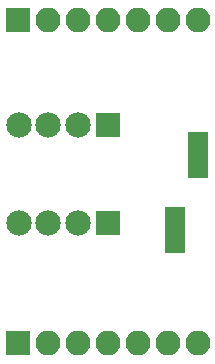
<source format=gts>
G04 #@! TF.FileFunction,Soldermask,Top*
%FSLAX46Y46*%
G04 Gerber Fmt 4.6, Leading zero omitted, Abs format (unit mm)*
G04 Created by KiCad (PCBNEW 4.0.7-e1-6374~58~ubuntu16.04.1) date Wed Aug  2 16:45:54 2017*
%MOMM*%
%LPD*%
G01*
G04 APERTURE LIST*
%ADD10C,0.100000*%
%ADD11R,2.150000X2.150000*%
%ADD12C,2.150000*%
%ADD13R,2.100000X2.100000*%
%ADD14O,2.100000X2.100000*%
%ADD15R,1.670000X1.370000*%
G04 APERTURE END LIST*
D10*
D11*
X155575000Y-117475000D03*
D12*
X153075000Y-117475000D03*
X150575000Y-117475000D03*
X148075000Y-117475000D03*
D11*
X155575000Y-109220000D03*
D12*
X153075000Y-109220000D03*
X150575000Y-109220000D03*
X148075000Y-109220000D03*
D13*
X147955000Y-127635000D03*
D14*
X150495000Y-127635000D03*
X153035000Y-127635000D03*
X155575000Y-127635000D03*
X158115000Y-127635000D03*
X160655000Y-127635000D03*
X163195000Y-127635000D03*
D13*
X147955000Y-100330000D03*
D14*
X150495000Y-100330000D03*
X153035000Y-100330000D03*
X155575000Y-100330000D03*
X158115000Y-100330000D03*
X160655000Y-100330000D03*
X163195000Y-100330000D03*
D15*
X161290000Y-116840000D03*
X161290000Y-118110000D03*
X161290000Y-119380000D03*
X163195000Y-110490000D03*
X163195000Y-111760000D03*
X163195000Y-113030000D03*
M02*

</source>
